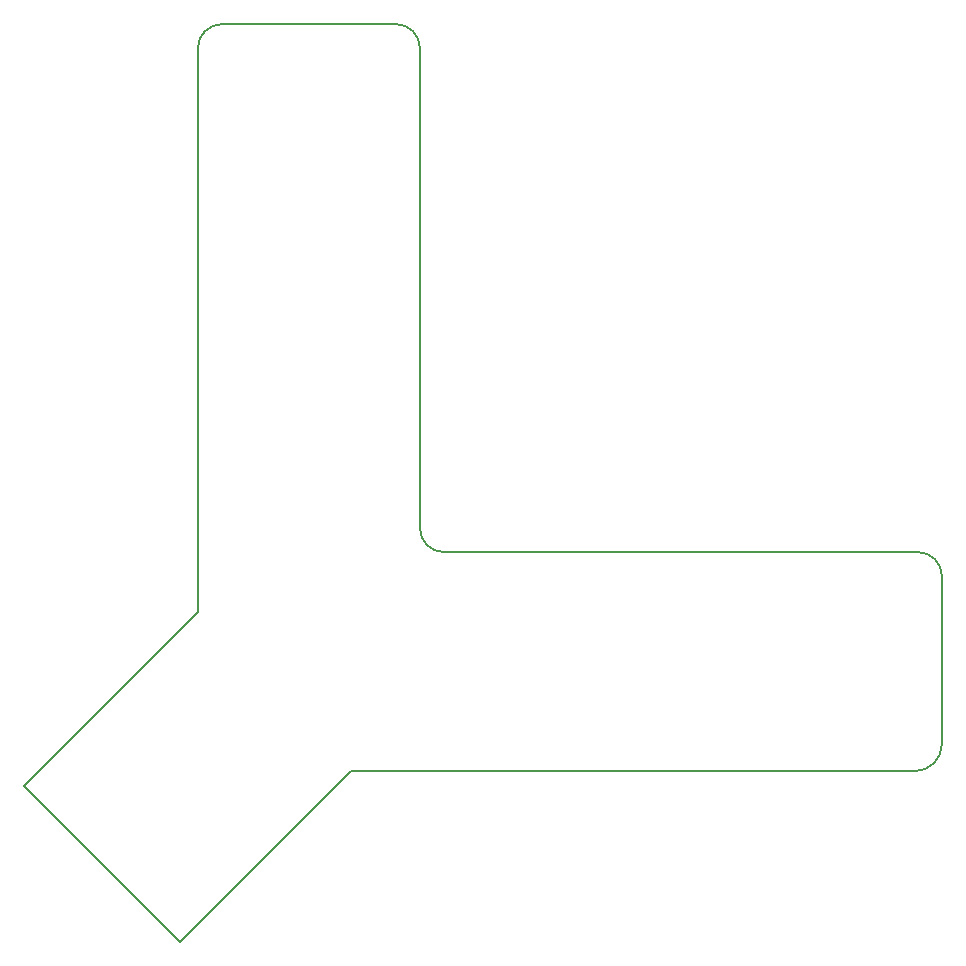
<source format=gko>
G04 #@! TF.FileFunction,Profile,NP*
%FSLAX46Y46*%
G04 Gerber Fmt 4.6, Leading zero omitted, Abs format (unit mm)*
G04 Created by KiCad (PCBNEW (2015-11-24 BZR 6329)-product) date Wed 28 Sep 2016 12:51:07 PM EDT*
%MOMM*%
G01*
G04 APERTURE LIST*
%ADD10C,0.100000*%
%ADD11C,0.150000*%
G04 APERTURE END LIST*
D10*
D11*
X120396000Y-128270000D02*
X107188000Y-115062000D01*
X134874000Y-113792000D02*
X120396000Y-128270000D01*
X121920000Y-100330000D02*
X107188000Y-115062000D01*
X121920000Y-100330000D02*
X121920000Y-52578000D01*
X184912000Y-97282000D02*
G75*
G03X182880000Y-95250000I-2032000J0D01*
G01*
X142748000Y-95250000D02*
X182880000Y-95250000D01*
X123952000Y-50546000D02*
G75*
G03X121920000Y-52578000I0J-2032000D01*
G01*
X138684000Y-50546000D02*
X123952000Y-50546000D01*
X140716000Y-52578000D02*
G75*
G03X138684000Y-50546000I-2032000J0D01*
G01*
X140716000Y-93218000D02*
X140716000Y-52578000D01*
X140716000Y-93218000D02*
G75*
G03X142748000Y-95250000I2032000J0D01*
G01*
X182626000Y-113792000D02*
X134874000Y-113792000D01*
X182626000Y-113792000D02*
G75*
G03X184912000Y-111506000I0J2286000D01*
G01*
X184912000Y-111506000D02*
X184912000Y-97282000D01*
M02*

</source>
